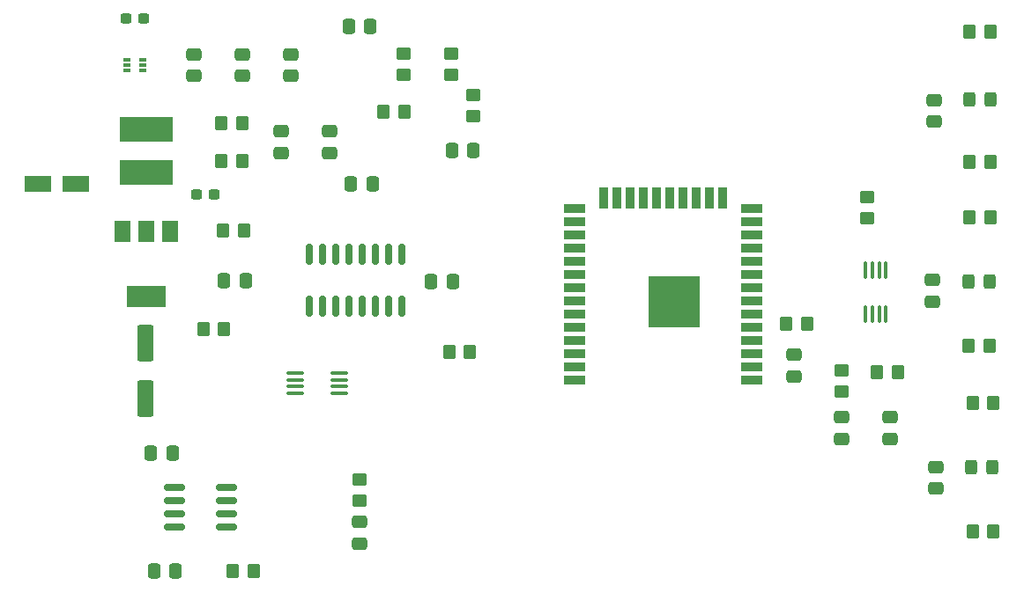
<source format=gbr>
%TF.GenerationSoftware,KiCad,Pcbnew,(6.0.7-1)-1*%
%TF.CreationDate,2022-10-20T12:34:53-04:00*%
%TF.ProjectId,Kool Keg,4b6f6f6c-204b-4656-972e-6b696361645f,rev?*%
%TF.SameCoordinates,Original*%
%TF.FileFunction,Paste,Top*%
%TF.FilePolarity,Positive*%
%FSLAX46Y46*%
G04 Gerber Fmt 4.6, Leading zero omitted, Abs format (unit mm)*
G04 Created by KiCad (PCBNEW (6.0.7-1)-1) date 2022-10-20 12:34:53*
%MOMM*%
%LPD*%
G01*
G04 APERTURE LIST*
G04 Aperture macros list*
%AMRoundRect*
0 Rectangle with rounded corners*
0 $1 Rounding radius*
0 $2 $3 $4 $5 $6 $7 $8 $9 X,Y pos of 4 corners*
0 Add a 4 corners polygon primitive as box body*
4,1,4,$2,$3,$4,$5,$6,$7,$8,$9,$2,$3,0*
0 Add four circle primitives for the rounded corners*
1,1,$1+$1,$2,$3*
1,1,$1+$1,$4,$5*
1,1,$1+$1,$6,$7*
1,1,$1+$1,$8,$9*
0 Add four rect primitives between the rounded corners*
20,1,$1+$1,$2,$3,$4,$5,0*
20,1,$1+$1,$4,$5,$6,$7,0*
20,1,$1+$1,$6,$7,$8,$9,0*
20,1,$1+$1,$8,$9,$2,$3,0*%
G04 Aperture macros list end*
%ADD10RoundRect,0.250000X-0.350000X-0.450000X0.350000X-0.450000X0.350000X0.450000X-0.350000X0.450000X0*%
%ADD11RoundRect,0.250000X0.475000X-0.337500X0.475000X0.337500X-0.475000X0.337500X-0.475000X-0.337500X0*%
%ADD12RoundRect,0.150000X-0.825000X-0.150000X0.825000X-0.150000X0.825000X0.150000X-0.825000X0.150000X0*%
%ADD13RoundRect,0.250000X-0.337500X-0.475000X0.337500X-0.475000X0.337500X0.475000X-0.337500X0.475000X0*%
%ADD14RoundRect,0.250000X-0.450000X0.350000X-0.450000X-0.350000X0.450000X-0.350000X0.450000X0.350000X0*%
%ADD15RoundRect,0.250000X-0.475000X0.337500X-0.475000X-0.337500X0.475000X-0.337500X0.475000X0.337500X0*%
%ADD16RoundRect,0.250000X-0.325000X-0.450000X0.325000X-0.450000X0.325000X0.450000X-0.325000X0.450000X0*%
%ADD17RoundRect,0.250000X1.050000X0.550000X-1.050000X0.550000X-1.050000X-0.550000X1.050000X-0.550000X0*%
%ADD18RoundRect,0.250000X0.337500X0.475000X-0.337500X0.475000X-0.337500X-0.475000X0.337500X-0.475000X0*%
%ADD19R,1.500000X2.000000*%
%ADD20R,3.800000X2.000000*%
%ADD21RoundRect,0.250000X0.350000X0.450000X-0.350000X0.450000X-0.350000X-0.450000X0.350000X-0.450000X0*%
%ADD22RoundRect,0.100000X-0.100000X0.712500X-0.100000X-0.712500X0.100000X-0.712500X0.100000X0.712500X0*%
%ADD23RoundRect,0.237500X0.300000X0.237500X-0.300000X0.237500X-0.300000X-0.237500X0.300000X-0.237500X0*%
%ADD24RoundRect,0.100000X-0.712500X-0.100000X0.712500X-0.100000X0.712500X0.100000X-0.712500X0.100000X0*%
%ADD25R,0.700000X0.340000*%
%ADD26R,5.100000X2.350000*%
%ADD27RoundRect,0.250000X0.450000X-0.350000X0.450000X0.350000X-0.450000X0.350000X-0.450000X-0.350000X0*%
%ADD28RoundRect,0.250000X-0.550000X1.500000X-0.550000X-1.500000X0.550000X-1.500000X0.550000X1.500000X0*%
%ADD29R,2.000000X0.900000*%
%ADD30R,0.900000X2.000000*%
%ADD31R,5.000000X5.000000*%
%ADD32RoundRect,0.237500X-0.300000X-0.237500X0.300000X-0.237500X0.300000X0.237500X-0.300000X0.237500X0*%
%ADD33RoundRect,0.150000X-0.150000X0.850000X-0.150000X-0.850000X0.150000X-0.850000X0.150000X0.850000X0*%
G04 APERTURE END LIST*
D10*
%TO.C,R8*%
X160600000Y-69600000D03*
X162600000Y-69600000D03*
%TD*%
D11*
%TO.C,C1*%
X86100000Y-56037500D03*
X86100000Y-53962500D03*
%TD*%
D12*
%TO.C,U5*%
X84225000Y-95595000D03*
X84225000Y-96865000D03*
X84225000Y-98135000D03*
X84225000Y-99405000D03*
X89175000Y-99405000D03*
X89175000Y-98135000D03*
X89175000Y-96865000D03*
X89175000Y-95595000D03*
%TD*%
D13*
%TO.C,C3*%
X88962500Y-75700000D03*
X91037500Y-75700000D03*
%TD*%
D14*
%TO.C,R12*%
X110800000Y-53900000D03*
X110800000Y-55900000D03*
%TD*%
D11*
%TO.C,C22*%
X148300000Y-90937500D03*
X148300000Y-88862500D03*
%TD*%
D15*
%TO.C,C9*%
X94500000Y-61362500D03*
X94500000Y-63437500D03*
%TD*%
D10*
%TO.C,R17*%
X110600000Y-82600000D03*
X112600000Y-82600000D03*
%TD*%
D15*
%TO.C,C10*%
X99100000Y-61362500D03*
X99100000Y-63437500D03*
%TD*%
D16*
%TO.C,D1*%
X160475000Y-75800000D03*
X162525000Y-75800000D03*
%TD*%
D10*
%TO.C,R4*%
X88700000Y-64200000D03*
X90700000Y-64200000D03*
%TD*%
%TO.C,R1*%
X87000000Y-80400000D03*
X89000000Y-80400000D03*
%TD*%
D13*
%TO.C,C15*%
X108862500Y-75800000D03*
X110937500Y-75800000D03*
%TD*%
D10*
%TO.C,R2*%
X88900000Y-70900000D03*
X90900000Y-70900000D03*
%TD*%
D17*
%TO.C,C2*%
X74700000Y-66400000D03*
X71100000Y-66400000D03*
%TD*%
D10*
%TO.C,R13*%
X104300000Y-59500000D03*
X106300000Y-59500000D03*
%TD*%
D16*
%TO.C,D2*%
X160775000Y-93700000D03*
X162825000Y-93700000D03*
%TD*%
%TO.C,D3*%
X160575000Y-58300000D03*
X162625000Y-58300000D03*
%TD*%
D18*
%TO.C,C17*%
X103037500Y-51300000D03*
X100962500Y-51300000D03*
%TD*%
D11*
%TO.C,C23*%
X153000000Y-90937500D03*
X153000000Y-88862500D03*
%TD*%
D15*
%TO.C,C18*%
X102000000Y-98962500D03*
X102000000Y-101037500D03*
%TD*%
%TO.C,C12*%
X157000000Y-75662500D03*
X157000000Y-77737500D03*
%TD*%
D19*
%TO.C,U1*%
X83800000Y-70950000D03*
D20*
X81500000Y-77250000D03*
D19*
X81500000Y-70950000D03*
X79200000Y-70950000D03*
%TD*%
D10*
%TO.C,R20*%
X151700000Y-84500000D03*
X153700000Y-84500000D03*
%TD*%
%TO.C,R7*%
X160900000Y-99900000D03*
X162900000Y-99900000D03*
%TD*%
D21*
%TO.C,R10*%
X162600000Y-51800000D03*
X160600000Y-51800000D03*
%TD*%
D18*
%TO.C,C16*%
X103237500Y-66400000D03*
X101162500Y-66400000D03*
%TD*%
D11*
%TO.C,C4*%
X90700000Y-56037500D03*
X90700000Y-53962500D03*
%TD*%
D13*
%TO.C,C19*%
X82262500Y-103700000D03*
X84337500Y-103700000D03*
%TD*%
D21*
%TO.C,R3*%
X90700000Y-60600000D03*
X88700000Y-60600000D03*
%TD*%
D22*
%TO.C,U3*%
X152575000Y-74687500D03*
X151925000Y-74687500D03*
X151275000Y-74687500D03*
X150625000Y-74687500D03*
X150625000Y-78912500D03*
X151275000Y-78912500D03*
X151925000Y-78912500D03*
X152575000Y-78912500D03*
%TD*%
D23*
%TO.C,C6*%
X81262500Y-50500000D03*
X79537500Y-50500000D03*
%TD*%
D24*
%TO.C,U6*%
X95787500Y-84625000D03*
X95787500Y-85275000D03*
X95787500Y-85925000D03*
X95787500Y-86575000D03*
X100012500Y-86575000D03*
X100012500Y-85925000D03*
X100012500Y-85275000D03*
X100012500Y-84625000D03*
%TD*%
D25*
%TO.C,U2*%
X81150000Y-55500000D03*
X81150000Y-55000000D03*
X81150000Y-54500000D03*
X79650000Y-54500000D03*
X79650000Y-55000000D03*
X79650000Y-55500000D03*
%TD*%
D21*
%TO.C,R9*%
X162900000Y-87500000D03*
X160900000Y-87500000D03*
%TD*%
D11*
%TO.C,C5*%
X95400000Y-56037500D03*
X95400000Y-53962500D03*
%TD*%
D26*
%TO.C,L1*%
X81500000Y-61125000D03*
X81500000Y-65275000D03*
%TD*%
D27*
%TO.C,R19*%
X148300000Y-86400000D03*
X148300000Y-84400000D03*
%TD*%
D28*
%TO.C,C7*%
X81400000Y-81700000D03*
X81400000Y-87100000D03*
%TD*%
D10*
%TO.C,R6*%
X160500000Y-82000000D03*
X162500000Y-82000000D03*
%TD*%
D13*
%TO.C,C20*%
X81962500Y-92300000D03*
X84037500Y-92300000D03*
%TD*%
D29*
%TO.C,U7*%
X139700000Y-85255000D03*
X139700000Y-83985000D03*
X139700000Y-82715000D03*
X139700000Y-81445000D03*
X139700000Y-80175000D03*
X139700000Y-78905000D03*
X139700000Y-77635000D03*
X139700000Y-76365000D03*
X139700000Y-75095000D03*
X139700000Y-73825000D03*
X139700000Y-72555000D03*
X139700000Y-71285000D03*
X139700000Y-70015000D03*
X139700000Y-68745000D03*
D30*
X136915000Y-67745000D03*
X135645000Y-67745000D03*
X134375000Y-67745000D03*
X133105000Y-67745000D03*
X131835000Y-67745000D03*
X130565000Y-67745000D03*
X129295000Y-67745000D03*
X128025000Y-67745000D03*
X126755000Y-67745000D03*
X125485000Y-67745000D03*
D29*
X122700000Y-68745000D03*
X122700000Y-70015000D03*
X122700000Y-71285000D03*
X122700000Y-72555000D03*
X122700000Y-73825000D03*
X122700000Y-75095000D03*
X122700000Y-76365000D03*
X122700000Y-77635000D03*
X122700000Y-78905000D03*
X122700000Y-80175000D03*
X122700000Y-81445000D03*
X122700000Y-82715000D03*
X122700000Y-83985000D03*
X122700000Y-85255000D03*
D31*
X132200000Y-77755000D03*
%TD*%
D21*
%TO.C,R18*%
X145000000Y-79900000D03*
X143000000Y-79900000D03*
%TD*%
D18*
%TO.C,C14*%
X112937500Y-63200000D03*
X110862500Y-63200000D03*
%TD*%
D15*
%TO.C,C11*%
X157200000Y-58362500D03*
X157200000Y-60437500D03*
%TD*%
D27*
%TO.C,R21*%
X150800000Y-69700000D03*
X150800000Y-67700000D03*
%TD*%
D15*
%TO.C,C21*%
X143700000Y-82862500D03*
X143700000Y-84937500D03*
%TD*%
D14*
%TO.C,R11*%
X112900000Y-57900000D03*
X112900000Y-59900000D03*
%TD*%
D32*
%TO.C,C8*%
X86337500Y-67400000D03*
X88062500Y-67400000D03*
%TD*%
D15*
%TO.C,C13*%
X157400000Y-93662500D03*
X157400000Y-95737500D03*
%TD*%
D21*
%TO.C,R16*%
X91800000Y-103700000D03*
X89800000Y-103700000D03*
%TD*%
D14*
%TO.C,R15*%
X102000000Y-94900000D03*
X102000000Y-96900000D03*
%TD*%
D33*
%TO.C,U4*%
X106045000Y-73200000D03*
X104775000Y-73200000D03*
X103505000Y-73200000D03*
X102235000Y-73200000D03*
X100965000Y-73200000D03*
X99695000Y-73200000D03*
X98425000Y-73200000D03*
X97155000Y-73200000D03*
X97155000Y-78200000D03*
X98425000Y-78200000D03*
X99695000Y-78200000D03*
X100965000Y-78200000D03*
X102235000Y-78200000D03*
X103505000Y-78200000D03*
X104775000Y-78200000D03*
X106045000Y-78200000D03*
%TD*%
D10*
%TO.C,R5*%
X160600000Y-64300000D03*
X162600000Y-64300000D03*
%TD*%
D14*
%TO.C,R14*%
X106200000Y-53900000D03*
X106200000Y-55900000D03*
%TD*%
M02*

</source>
